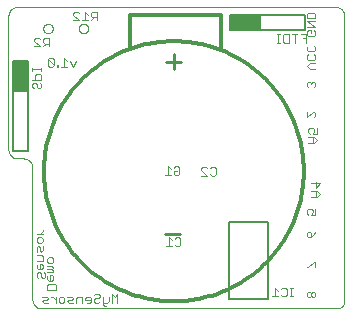
<source format=gbo>
G75*
%MOIN*%
%OFA0B0*%
%FSLAX25Y25*%
%IPPOS*%
%LPD*%
%AMOC8*
5,1,8,0,0,1.08239X$1,22.5*
%
%ADD10C,0.00000*%
%ADD11C,0.00300*%
%ADD12C,0.00500*%
%ADD13C,0.01200*%
%ADD14C,0.01000*%
%ADD15C,0.00800*%
D10*
X0086078Y0053500D02*
X0086185Y0053498D01*
X0086292Y0053492D01*
X0086399Y0053483D01*
X0086505Y0053469D01*
X0086611Y0053452D01*
X0086716Y0053431D01*
X0086820Y0053407D01*
X0086923Y0053378D01*
X0087025Y0053346D01*
X0087126Y0053311D01*
X0087226Y0053272D01*
X0087324Y0053229D01*
X0087421Y0053183D01*
X0087516Y0053133D01*
X0087609Y0053080D01*
X0087700Y0053024D01*
X0087789Y0052964D01*
X0087876Y0052902D01*
X0087960Y0052836D01*
X0088043Y0052767D01*
X0088122Y0052696D01*
X0088199Y0052621D01*
X0088274Y0052544D01*
X0088345Y0052465D01*
X0088414Y0052382D01*
X0088480Y0052298D01*
X0088542Y0052211D01*
X0088602Y0052122D01*
X0088658Y0052031D01*
X0088711Y0051938D01*
X0088761Y0051843D01*
X0088807Y0051746D01*
X0088850Y0051648D01*
X0088889Y0051548D01*
X0088924Y0051447D01*
X0088956Y0051345D01*
X0088985Y0051242D01*
X0089009Y0051138D01*
X0089030Y0051033D01*
X0089047Y0050927D01*
X0089061Y0050821D01*
X0089070Y0050714D01*
X0089076Y0050607D01*
X0089078Y0050500D01*
X0089078Y0006500D01*
X0089080Y0006393D01*
X0089086Y0006286D01*
X0089095Y0006179D01*
X0089109Y0006073D01*
X0089126Y0005967D01*
X0089147Y0005862D01*
X0089171Y0005758D01*
X0089200Y0005655D01*
X0089232Y0005553D01*
X0089267Y0005452D01*
X0089306Y0005352D01*
X0089349Y0005254D01*
X0089395Y0005157D01*
X0089445Y0005062D01*
X0089498Y0004969D01*
X0089554Y0004878D01*
X0089614Y0004789D01*
X0089676Y0004702D01*
X0089742Y0004618D01*
X0089811Y0004535D01*
X0089882Y0004456D01*
X0089957Y0004379D01*
X0090034Y0004304D01*
X0090113Y0004233D01*
X0090196Y0004164D01*
X0090280Y0004098D01*
X0090367Y0004036D01*
X0090456Y0003976D01*
X0090547Y0003920D01*
X0090640Y0003867D01*
X0090735Y0003817D01*
X0090832Y0003771D01*
X0090930Y0003728D01*
X0091030Y0003689D01*
X0091131Y0003654D01*
X0091233Y0003622D01*
X0091336Y0003593D01*
X0091440Y0003569D01*
X0091545Y0003548D01*
X0091651Y0003531D01*
X0091757Y0003517D01*
X0091864Y0003508D01*
X0091971Y0003502D01*
X0092078Y0003500D01*
X0190578Y0003500D01*
X0190676Y0003502D01*
X0190774Y0003508D01*
X0190872Y0003517D01*
X0190969Y0003531D01*
X0191066Y0003548D01*
X0191162Y0003569D01*
X0191257Y0003594D01*
X0191351Y0003622D01*
X0191443Y0003655D01*
X0191535Y0003690D01*
X0191625Y0003730D01*
X0191713Y0003772D01*
X0191800Y0003819D01*
X0191884Y0003868D01*
X0191967Y0003921D01*
X0192047Y0003977D01*
X0192126Y0004037D01*
X0192202Y0004099D01*
X0192275Y0004164D01*
X0192346Y0004232D01*
X0192414Y0004303D01*
X0192479Y0004376D01*
X0192541Y0004452D01*
X0192601Y0004531D01*
X0192657Y0004611D01*
X0192710Y0004694D01*
X0192759Y0004778D01*
X0192806Y0004865D01*
X0192848Y0004953D01*
X0192888Y0005043D01*
X0192923Y0005135D01*
X0192956Y0005227D01*
X0192984Y0005321D01*
X0193009Y0005416D01*
X0193030Y0005512D01*
X0193047Y0005609D01*
X0193061Y0005706D01*
X0193070Y0005804D01*
X0193076Y0005902D01*
X0193078Y0006000D01*
X0193078Y0101000D01*
X0193076Y0101107D01*
X0193070Y0101214D01*
X0193061Y0101321D01*
X0193047Y0101427D01*
X0193030Y0101533D01*
X0193009Y0101638D01*
X0192985Y0101742D01*
X0192956Y0101845D01*
X0192924Y0101947D01*
X0192889Y0102048D01*
X0192850Y0102148D01*
X0192807Y0102246D01*
X0192761Y0102343D01*
X0192711Y0102438D01*
X0192658Y0102531D01*
X0192602Y0102622D01*
X0192542Y0102711D01*
X0192480Y0102798D01*
X0192414Y0102882D01*
X0192345Y0102965D01*
X0192274Y0103044D01*
X0192199Y0103121D01*
X0192122Y0103196D01*
X0192043Y0103267D01*
X0191960Y0103336D01*
X0191876Y0103402D01*
X0191789Y0103464D01*
X0191700Y0103524D01*
X0191609Y0103580D01*
X0191516Y0103633D01*
X0191421Y0103683D01*
X0191324Y0103729D01*
X0191226Y0103772D01*
X0191126Y0103811D01*
X0191025Y0103846D01*
X0190923Y0103878D01*
X0190820Y0103907D01*
X0190716Y0103931D01*
X0190611Y0103952D01*
X0190505Y0103969D01*
X0190399Y0103983D01*
X0190292Y0103992D01*
X0190185Y0103998D01*
X0190078Y0104000D01*
X0084120Y0104000D01*
X0084011Y0103998D01*
X0083903Y0103992D01*
X0083795Y0103983D01*
X0083687Y0103969D01*
X0083580Y0103952D01*
X0083474Y0103931D01*
X0083368Y0103906D01*
X0083263Y0103877D01*
X0083160Y0103844D01*
X0083057Y0103808D01*
X0082956Y0103769D01*
X0082857Y0103725D01*
X0082759Y0103678D01*
X0082663Y0103628D01*
X0082568Y0103574D01*
X0082476Y0103517D01*
X0082386Y0103457D01*
X0082298Y0103393D01*
X0082212Y0103327D01*
X0082129Y0103257D01*
X0082048Y0103185D01*
X0081970Y0103109D01*
X0081894Y0103031D01*
X0081822Y0102950D01*
X0081752Y0102867D01*
X0081686Y0102781D01*
X0081622Y0102693D01*
X0081562Y0102603D01*
X0081505Y0102511D01*
X0081451Y0102416D01*
X0081401Y0102320D01*
X0081354Y0102222D01*
X0081310Y0102123D01*
X0081271Y0102022D01*
X0081235Y0101919D01*
X0081202Y0101816D01*
X0081173Y0101711D01*
X0081148Y0101605D01*
X0081127Y0101499D01*
X0081110Y0101392D01*
X0081096Y0101284D01*
X0081087Y0101176D01*
X0081081Y0101068D01*
X0081079Y0100959D01*
X0081078Y0100959D02*
X0081078Y0056500D01*
X0081080Y0056393D01*
X0081086Y0056286D01*
X0081095Y0056179D01*
X0081109Y0056073D01*
X0081126Y0055967D01*
X0081147Y0055862D01*
X0081171Y0055758D01*
X0081200Y0055655D01*
X0081232Y0055553D01*
X0081267Y0055452D01*
X0081306Y0055352D01*
X0081349Y0055254D01*
X0081395Y0055157D01*
X0081445Y0055062D01*
X0081498Y0054969D01*
X0081554Y0054878D01*
X0081614Y0054789D01*
X0081676Y0054702D01*
X0081742Y0054618D01*
X0081811Y0054535D01*
X0081882Y0054456D01*
X0081957Y0054379D01*
X0082034Y0054304D01*
X0082113Y0054233D01*
X0082196Y0054164D01*
X0082280Y0054098D01*
X0082367Y0054036D01*
X0082456Y0053976D01*
X0082547Y0053920D01*
X0082640Y0053867D01*
X0082735Y0053817D01*
X0082832Y0053771D01*
X0082930Y0053728D01*
X0083030Y0053689D01*
X0083131Y0053654D01*
X0083233Y0053622D01*
X0083336Y0053593D01*
X0083440Y0053569D01*
X0083545Y0053548D01*
X0083651Y0053531D01*
X0083757Y0053517D01*
X0083864Y0053508D01*
X0083971Y0053502D01*
X0084078Y0053500D01*
X0086078Y0053500D01*
X0092722Y0096804D02*
X0092724Y0096883D01*
X0092730Y0096962D01*
X0092740Y0097041D01*
X0092754Y0097119D01*
X0092771Y0097196D01*
X0092793Y0097272D01*
X0092818Y0097347D01*
X0092848Y0097420D01*
X0092880Y0097492D01*
X0092917Y0097563D01*
X0092957Y0097631D01*
X0093000Y0097697D01*
X0093046Y0097761D01*
X0093096Y0097823D01*
X0093149Y0097882D01*
X0093204Y0097938D01*
X0093263Y0097992D01*
X0093324Y0098042D01*
X0093387Y0098090D01*
X0093453Y0098134D01*
X0093521Y0098175D01*
X0093591Y0098212D01*
X0093662Y0098246D01*
X0093736Y0098276D01*
X0093810Y0098302D01*
X0093886Y0098324D01*
X0093963Y0098343D01*
X0094041Y0098358D01*
X0094119Y0098369D01*
X0094198Y0098376D01*
X0094277Y0098379D01*
X0094356Y0098378D01*
X0094435Y0098373D01*
X0094514Y0098364D01*
X0094592Y0098351D01*
X0094669Y0098334D01*
X0094746Y0098314D01*
X0094821Y0098289D01*
X0094895Y0098261D01*
X0094968Y0098229D01*
X0095038Y0098194D01*
X0095107Y0098155D01*
X0095174Y0098112D01*
X0095239Y0098066D01*
X0095301Y0098018D01*
X0095361Y0097966D01*
X0095418Y0097911D01*
X0095472Y0097853D01*
X0095523Y0097793D01*
X0095571Y0097730D01*
X0095616Y0097665D01*
X0095658Y0097597D01*
X0095696Y0097528D01*
X0095730Y0097457D01*
X0095761Y0097384D01*
X0095789Y0097309D01*
X0095812Y0097234D01*
X0095832Y0097157D01*
X0095848Y0097080D01*
X0095860Y0097001D01*
X0095868Y0096923D01*
X0095872Y0096844D01*
X0095872Y0096764D01*
X0095868Y0096685D01*
X0095860Y0096607D01*
X0095848Y0096528D01*
X0095832Y0096451D01*
X0095812Y0096374D01*
X0095789Y0096299D01*
X0095761Y0096224D01*
X0095730Y0096151D01*
X0095696Y0096080D01*
X0095658Y0096011D01*
X0095616Y0095943D01*
X0095571Y0095878D01*
X0095523Y0095815D01*
X0095472Y0095755D01*
X0095418Y0095697D01*
X0095361Y0095642D01*
X0095301Y0095590D01*
X0095239Y0095542D01*
X0095174Y0095496D01*
X0095107Y0095453D01*
X0095038Y0095414D01*
X0094968Y0095379D01*
X0094895Y0095347D01*
X0094821Y0095319D01*
X0094746Y0095294D01*
X0094669Y0095274D01*
X0094592Y0095257D01*
X0094514Y0095244D01*
X0094435Y0095235D01*
X0094356Y0095230D01*
X0094277Y0095229D01*
X0094198Y0095232D01*
X0094119Y0095239D01*
X0094041Y0095250D01*
X0093963Y0095265D01*
X0093886Y0095284D01*
X0093810Y0095306D01*
X0093736Y0095332D01*
X0093662Y0095362D01*
X0093591Y0095396D01*
X0093521Y0095433D01*
X0093453Y0095474D01*
X0093387Y0095518D01*
X0093324Y0095566D01*
X0093263Y0095616D01*
X0093204Y0095670D01*
X0093149Y0095726D01*
X0093096Y0095785D01*
X0093046Y0095847D01*
X0093000Y0095911D01*
X0092957Y0095977D01*
X0092917Y0096045D01*
X0092880Y0096116D01*
X0092848Y0096188D01*
X0092818Y0096261D01*
X0092793Y0096336D01*
X0092771Y0096412D01*
X0092754Y0096489D01*
X0092740Y0096567D01*
X0092730Y0096646D01*
X0092724Y0096725D01*
X0092722Y0096804D01*
X0104533Y0096804D02*
X0104535Y0096883D01*
X0104541Y0096962D01*
X0104551Y0097041D01*
X0104565Y0097119D01*
X0104582Y0097196D01*
X0104604Y0097272D01*
X0104629Y0097347D01*
X0104659Y0097420D01*
X0104691Y0097492D01*
X0104728Y0097563D01*
X0104768Y0097631D01*
X0104811Y0097697D01*
X0104857Y0097761D01*
X0104907Y0097823D01*
X0104960Y0097882D01*
X0105015Y0097938D01*
X0105074Y0097992D01*
X0105135Y0098042D01*
X0105198Y0098090D01*
X0105264Y0098134D01*
X0105332Y0098175D01*
X0105402Y0098212D01*
X0105473Y0098246D01*
X0105547Y0098276D01*
X0105621Y0098302D01*
X0105697Y0098324D01*
X0105774Y0098343D01*
X0105852Y0098358D01*
X0105930Y0098369D01*
X0106009Y0098376D01*
X0106088Y0098379D01*
X0106167Y0098378D01*
X0106246Y0098373D01*
X0106325Y0098364D01*
X0106403Y0098351D01*
X0106480Y0098334D01*
X0106557Y0098314D01*
X0106632Y0098289D01*
X0106706Y0098261D01*
X0106779Y0098229D01*
X0106849Y0098194D01*
X0106918Y0098155D01*
X0106985Y0098112D01*
X0107050Y0098066D01*
X0107112Y0098018D01*
X0107172Y0097966D01*
X0107229Y0097911D01*
X0107283Y0097853D01*
X0107334Y0097793D01*
X0107382Y0097730D01*
X0107427Y0097665D01*
X0107469Y0097597D01*
X0107507Y0097528D01*
X0107541Y0097457D01*
X0107572Y0097384D01*
X0107600Y0097309D01*
X0107623Y0097234D01*
X0107643Y0097157D01*
X0107659Y0097080D01*
X0107671Y0097001D01*
X0107679Y0096923D01*
X0107683Y0096844D01*
X0107683Y0096764D01*
X0107679Y0096685D01*
X0107671Y0096607D01*
X0107659Y0096528D01*
X0107643Y0096451D01*
X0107623Y0096374D01*
X0107600Y0096299D01*
X0107572Y0096224D01*
X0107541Y0096151D01*
X0107507Y0096080D01*
X0107469Y0096011D01*
X0107427Y0095943D01*
X0107382Y0095878D01*
X0107334Y0095815D01*
X0107283Y0095755D01*
X0107229Y0095697D01*
X0107172Y0095642D01*
X0107112Y0095590D01*
X0107050Y0095542D01*
X0106985Y0095496D01*
X0106918Y0095453D01*
X0106849Y0095414D01*
X0106779Y0095379D01*
X0106706Y0095347D01*
X0106632Y0095319D01*
X0106557Y0095294D01*
X0106480Y0095274D01*
X0106403Y0095257D01*
X0106325Y0095244D01*
X0106246Y0095235D01*
X0106167Y0095230D01*
X0106088Y0095229D01*
X0106009Y0095232D01*
X0105930Y0095239D01*
X0105852Y0095250D01*
X0105774Y0095265D01*
X0105697Y0095284D01*
X0105621Y0095306D01*
X0105547Y0095332D01*
X0105473Y0095362D01*
X0105402Y0095396D01*
X0105332Y0095433D01*
X0105264Y0095474D01*
X0105198Y0095518D01*
X0105135Y0095566D01*
X0105074Y0095616D01*
X0105015Y0095670D01*
X0104960Y0095726D01*
X0104907Y0095785D01*
X0104857Y0095847D01*
X0104811Y0095911D01*
X0104768Y0095977D01*
X0104728Y0096045D01*
X0104691Y0096116D01*
X0104659Y0096188D01*
X0104629Y0096261D01*
X0104604Y0096336D01*
X0104582Y0096412D01*
X0104565Y0096489D01*
X0104551Y0096567D01*
X0104541Y0096646D01*
X0104535Y0096725D01*
X0104533Y0096804D01*
D11*
X0104662Y0099549D02*
X0102727Y0099549D01*
X0104662Y0099549D02*
X0102727Y0101484D01*
X0102727Y0101968D01*
X0103211Y0102452D01*
X0104178Y0102452D01*
X0104662Y0101968D01*
X0106641Y0102452D02*
X0106641Y0099549D01*
X0107608Y0099549D02*
X0105673Y0099549D01*
X0107608Y0101484D02*
X0106641Y0102452D01*
X0108620Y0101968D02*
X0108620Y0101001D01*
X0109104Y0100517D01*
X0110555Y0100517D01*
X0110555Y0099549D02*
X0110555Y0102452D01*
X0109104Y0102452D01*
X0108620Y0101968D01*
X0109587Y0100517D02*
X0108620Y0099549D01*
X0094646Y0093729D02*
X0094646Y0090827D01*
X0094646Y0091794D02*
X0093195Y0091794D01*
X0092711Y0092278D01*
X0092711Y0093246D01*
X0093195Y0093729D01*
X0094646Y0093729D01*
X0093679Y0091794D02*
X0092711Y0090827D01*
X0091700Y0090827D02*
X0089765Y0092762D01*
X0089765Y0093246D01*
X0090249Y0093729D01*
X0091216Y0093729D01*
X0091700Y0093246D01*
X0091700Y0090827D02*
X0089765Y0090827D01*
X0094284Y0086569D02*
X0096219Y0084634D01*
X0095735Y0084150D01*
X0094767Y0084150D01*
X0094284Y0084634D01*
X0094284Y0086569D01*
X0094767Y0087052D01*
X0095735Y0087052D01*
X0096219Y0086569D01*
X0096219Y0084634D01*
X0097208Y0084634D02*
X0097208Y0084150D01*
X0097692Y0084150D01*
X0097692Y0084634D01*
X0097208Y0084634D01*
X0098703Y0084150D02*
X0100638Y0084150D01*
X0099671Y0084150D02*
X0099671Y0087052D01*
X0100638Y0086085D01*
X0101650Y0086085D02*
X0102617Y0084150D01*
X0103585Y0086085D01*
X0091952Y0083716D02*
X0091952Y0082749D01*
X0091952Y0083232D02*
X0089049Y0083232D01*
X0089049Y0082749D02*
X0089049Y0083716D01*
X0090501Y0081737D02*
X0090017Y0081253D01*
X0090017Y0079802D01*
X0089049Y0079802D02*
X0091952Y0079802D01*
X0091952Y0081253D01*
X0091468Y0081737D01*
X0090501Y0081737D01*
X0090017Y0078791D02*
X0089533Y0078791D01*
X0089049Y0078307D01*
X0089049Y0077339D01*
X0089533Y0076856D01*
X0090501Y0077339D02*
X0090501Y0078307D01*
X0090017Y0078791D01*
X0091468Y0078791D02*
X0091952Y0078307D01*
X0091952Y0077339D01*
X0091468Y0076856D01*
X0090984Y0076856D01*
X0090501Y0077339D01*
X0134180Y0050846D02*
X0134180Y0047944D01*
X0133213Y0047944D02*
X0135148Y0047944D01*
X0136159Y0048427D02*
X0136159Y0049395D01*
X0137127Y0049395D01*
X0138094Y0050362D02*
X0137611Y0050846D01*
X0136643Y0050846D01*
X0136159Y0050362D01*
X0135148Y0049878D02*
X0134180Y0050846D01*
X0136159Y0048427D02*
X0136643Y0047944D01*
X0137611Y0047944D01*
X0138094Y0048427D01*
X0138094Y0050362D01*
X0145347Y0050169D02*
X0145831Y0050652D01*
X0146798Y0050652D01*
X0147282Y0050169D01*
X0148293Y0050169D02*
X0148777Y0050652D01*
X0149745Y0050652D01*
X0150228Y0050169D01*
X0150228Y0048234D01*
X0149745Y0047750D01*
X0148777Y0047750D01*
X0148293Y0048234D01*
X0147282Y0047750D02*
X0145347Y0047750D01*
X0147282Y0047750D02*
X0145347Y0049685D01*
X0145347Y0050169D01*
X0180528Y0036155D02*
X0180528Y0035187D01*
X0181012Y0034703D01*
X0181980Y0034703D02*
X0182463Y0035671D01*
X0182463Y0036155D01*
X0181980Y0036638D01*
X0181012Y0036638D01*
X0180528Y0036155D01*
X0181980Y0034703D02*
X0183431Y0034703D01*
X0183431Y0036638D01*
X0183480Y0040757D02*
X0183480Y0042692D01*
X0183963Y0042692D02*
X0182028Y0042692D01*
X0183480Y0043703D02*
X0184931Y0045155D01*
X0182028Y0045155D01*
X0183480Y0045638D02*
X0183480Y0043703D01*
X0183963Y0042692D02*
X0184931Y0041724D01*
X0183963Y0040757D01*
X0182028Y0040757D01*
X0181496Y0029138D02*
X0181980Y0028655D01*
X0181980Y0027203D01*
X0181012Y0027203D01*
X0180528Y0027687D01*
X0180528Y0028655D01*
X0181012Y0029138D01*
X0181496Y0029138D01*
X0182947Y0028171D02*
X0181980Y0027203D01*
X0182947Y0028171D02*
X0183431Y0029138D01*
X0183431Y0019138D02*
X0182947Y0019138D01*
X0181012Y0017203D01*
X0180528Y0017203D01*
X0183431Y0017203D02*
X0183431Y0019138D01*
X0175778Y0010402D02*
X0174811Y0010402D01*
X0175295Y0010402D02*
X0175295Y0007500D01*
X0175778Y0007500D02*
X0174811Y0007500D01*
X0173814Y0007984D02*
X0173330Y0007500D01*
X0172363Y0007500D01*
X0171879Y0007984D01*
X0170868Y0007500D02*
X0168933Y0007500D01*
X0169900Y0007500D02*
X0169900Y0010402D01*
X0170868Y0009435D01*
X0171879Y0009919D02*
X0172363Y0010402D01*
X0173330Y0010402D01*
X0173814Y0009919D01*
X0173814Y0007984D01*
X0180528Y0007687D02*
X0181012Y0007203D01*
X0181496Y0007203D01*
X0181980Y0007687D01*
X0181980Y0008655D01*
X0181496Y0009138D01*
X0181012Y0009138D01*
X0180528Y0008655D01*
X0180528Y0007687D01*
X0181980Y0007687D02*
X0182463Y0007203D01*
X0182947Y0007203D01*
X0183431Y0007687D01*
X0183431Y0008655D01*
X0182947Y0009138D01*
X0182463Y0009138D01*
X0181980Y0008655D01*
X0138428Y0024772D02*
X0137944Y0024289D01*
X0136976Y0024289D01*
X0136493Y0024772D01*
X0135481Y0024289D02*
X0133546Y0024289D01*
X0134514Y0024289D02*
X0134514Y0027191D01*
X0135481Y0026224D01*
X0136493Y0026707D02*
X0136976Y0027191D01*
X0137944Y0027191D01*
X0138428Y0026707D01*
X0138428Y0024772D01*
X0117442Y0008352D02*
X0116475Y0007385D01*
X0115507Y0008352D01*
X0115507Y0005450D01*
X0114496Y0005934D02*
X0114496Y0007385D01*
X0114496Y0005934D02*
X0114012Y0005450D01*
X0112561Y0005450D01*
X0112561Y0004966D02*
X0113044Y0004483D01*
X0113528Y0004483D01*
X0112561Y0004966D02*
X0112561Y0007385D01*
X0111549Y0007385D02*
X0111065Y0006901D01*
X0110098Y0006901D01*
X0109614Y0006417D01*
X0109614Y0005934D01*
X0110098Y0005450D01*
X0111065Y0005450D01*
X0111549Y0005934D01*
X0111549Y0007385D02*
X0111549Y0007869D01*
X0111065Y0008352D01*
X0110098Y0008352D01*
X0109614Y0007869D01*
X0108603Y0006901D02*
X0108119Y0007385D01*
X0107151Y0007385D01*
X0106668Y0006901D01*
X0106668Y0006417D01*
X0108603Y0006417D01*
X0108603Y0005934D02*
X0108603Y0006901D01*
X0108603Y0005934D02*
X0108119Y0005450D01*
X0107151Y0005450D01*
X0105656Y0005450D02*
X0105656Y0007385D01*
X0104205Y0007385D01*
X0103721Y0006901D01*
X0103721Y0005450D01*
X0102710Y0005450D02*
X0101258Y0005450D01*
X0100775Y0005934D01*
X0101258Y0006417D01*
X0102226Y0006417D01*
X0102710Y0006901D01*
X0102226Y0007385D01*
X0100775Y0007385D01*
X0099763Y0006901D02*
X0099763Y0005934D01*
X0099279Y0005450D01*
X0098312Y0005450D01*
X0097828Y0005934D01*
X0097828Y0006901D01*
X0098312Y0007385D01*
X0099279Y0007385D01*
X0099763Y0006901D01*
X0096817Y0006417D02*
X0095849Y0007385D01*
X0095365Y0007385D01*
X0094361Y0006901D02*
X0093877Y0006417D01*
X0092910Y0006417D01*
X0092426Y0005934D01*
X0092910Y0005450D01*
X0094361Y0005450D01*
X0094361Y0006901D02*
X0093877Y0007385D01*
X0092426Y0007385D01*
X0094028Y0009757D02*
X0094028Y0011208D01*
X0094512Y0011692D01*
X0096447Y0011692D01*
X0096931Y0011208D01*
X0096931Y0009757D01*
X0094028Y0009757D01*
X0094512Y0012703D02*
X0095480Y0012703D01*
X0095963Y0013187D01*
X0095963Y0014155D01*
X0095480Y0014638D01*
X0094996Y0014638D01*
X0094996Y0012703D01*
X0094512Y0012703D02*
X0094028Y0013187D01*
X0094028Y0014155D01*
X0093431Y0014040D02*
X0092947Y0013556D01*
X0092463Y0013556D01*
X0091980Y0014040D01*
X0091980Y0015007D01*
X0091496Y0015491D01*
X0091012Y0015491D01*
X0090528Y0015007D01*
X0090528Y0014040D01*
X0091012Y0013556D01*
X0093431Y0014040D02*
X0093431Y0015007D01*
X0092947Y0015491D01*
X0094028Y0015650D02*
X0095963Y0015650D01*
X0095963Y0016134D01*
X0095480Y0016617D01*
X0095963Y0017101D01*
X0095480Y0017585D01*
X0094028Y0017585D01*
X0094028Y0016617D02*
X0095480Y0016617D01*
X0095480Y0018597D02*
X0094512Y0018597D01*
X0094028Y0019080D01*
X0094028Y0020048D01*
X0094512Y0020531D01*
X0095480Y0020531D01*
X0095963Y0020048D01*
X0095963Y0019080D01*
X0095480Y0018597D01*
X0092463Y0017954D02*
X0092463Y0016986D01*
X0091980Y0016503D01*
X0091012Y0016503D01*
X0090528Y0016986D01*
X0090528Y0017954D01*
X0091496Y0018437D02*
X0091496Y0016503D01*
X0092463Y0017954D02*
X0091980Y0018437D01*
X0091496Y0018437D01*
X0092463Y0019449D02*
X0092463Y0020900D01*
X0091980Y0021384D01*
X0090528Y0021384D01*
X0090528Y0022396D02*
X0090528Y0023847D01*
X0091012Y0024331D01*
X0091496Y0023847D01*
X0091496Y0022879D01*
X0091980Y0022396D01*
X0092463Y0022879D01*
X0092463Y0024331D01*
X0091980Y0025342D02*
X0091012Y0025342D01*
X0090528Y0025826D01*
X0090528Y0026793D01*
X0091012Y0027277D01*
X0091980Y0027277D01*
X0092463Y0026793D01*
X0092463Y0025826D01*
X0091980Y0025342D01*
X0092463Y0028289D02*
X0090528Y0028289D01*
X0091496Y0028289D02*
X0092463Y0029256D01*
X0092463Y0029740D01*
X0092463Y0019449D02*
X0090528Y0019449D01*
X0096817Y0007385D02*
X0096817Y0005450D01*
X0117442Y0005450D02*
X0117442Y0008352D01*
X0181028Y0058757D02*
X0182963Y0058757D01*
X0183931Y0059724D01*
X0182963Y0060692D01*
X0181028Y0060692D01*
X0181512Y0061703D02*
X0181028Y0062187D01*
X0181028Y0063155D01*
X0181512Y0063638D01*
X0182480Y0063638D01*
X0182963Y0063155D01*
X0182963Y0062671D01*
X0182480Y0061703D01*
X0183931Y0061703D01*
X0183931Y0063638D01*
X0182480Y0060692D02*
X0182480Y0058757D01*
X0182947Y0067203D02*
X0183431Y0067687D01*
X0183431Y0068655D01*
X0182947Y0069138D01*
X0182463Y0069138D01*
X0180528Y0067203D01*
X0180528Y0069138D01*
X0181012Y0077203D02*
X0180528Y0077687D01*
X0180528Y0078655D01*
X0181012Y0079138D01*
X0181496Y0079138D01*
X0181980Y0078655D01*
X0181980Y0078171D01*
X0181980Y0078655D02*
X0182463Y0079138D01*
X0182947Y0079138D01*
X0183431Y0078655D01*
X0183431Y0077687D01*
X0182947Y0077203D01*
X0183431Y0083310D02*
X0181496Y0083310D01*
X0180528Y0084278D01*
X0181496Y0085245D01*
X0183431Y0085245D01*
X0182947Y0086257D02*
X0183431Y0086741D01*
X0183431Y0087708D01*
X0182947Y0088192D01*
X0182947Y0089203D02*
X0181012Y0089203D01*
X0180528Y0089687D01*
X0180528Y0090655D01*
X0181012Y0091138D01*
X0180380Y0092151D02*
X0180380Y0095053D01*
X0178445Y0095053D01*
X0177434Y0095053D02*
X0175499Y0095053D01*
X0176466Y0095053D02*
X0176466Y0092151D01*
X0174487Y0092151D02*
X0173036Y0092151D01*
X0172552Y0092634D01*
X0172552Y0094569D01*
X0173036Y0095053D01*
X0174487Y0095053D01*
X0174487Y0092151D01*
X0171541Y0092151D02*
X0170573Y0092151D01*
X0171057Y0092151D02*
X0171057Y0095053D01*
X0171541Y0095053D02*
X0170573Y0095053D01*
X0179413Y0093602D02*
X0180380Y0093602D01*
X0181012Y0094310D02*
X0180528Y0094794D01*
X0180528Y0095762D01*
X0181012Y0096245D01*
X0181980Y0096245D01*
X0181980Y0095278D01*
X0182947Y0096245D02*
X0183431Y0095762D01*
X0183431Y0094794D01*
X0182947Y0094310D01*
X0181012Y0094310D01*
X0182947Y0091138D02*
X0183431Y0090655D01*
X0183431Y0089687D01*
X0182947Y0089203D01*
X0181012Y0088192D02*
X0180528Y0087708D01*
X0180528Y0086741D01*
X0181012Y0086257D01*
X0182947Y0086257D01*
X0183431Y0097257D02*
X0180528Y0097257D01*
X0180528Y0099192D02*
X0183431Y0099192D01*
X0183431Y0100203D02*
X0183431Y0101655D01*
X0182947Y0102138D01*
X0181012Y0102138D01*
X0180528Y0101655D01*
X0180528Y0100203D01*
X0183431Y0100203D01*
X0183431Y0097257D02*
X0180528Y0099192D01*
D12*
X0179779Y0101352D02*
X0179779Y0096352D01*
X0154779Y0096352D01*
X0154779Y0101352D01*
X0164779Y0101352D01*
X0164779Y0096352D01*
X0154779Y0096352D01*
X0154779Y0101352D01*
X0179779Y0101352D01*
X0164779Y0101161D02*
X0154779Y0101161D01*
X0154779Y0100662D02*
X0164779Y0100662D01*
X0164779Y0100164D02*
X0154779Y0100164D01*
X0154779Y0099665D02*
X0164779Y0099665D01*
X0164779Y0099167D02*
X0154779Y0099167D01*
X0154779Y0098668D02*
X0164779Y0098668D01*
X0164779Y0098170D02*
X0154779Y0098170D01*
X0154779Y0097671D02*
X0164779Y0097671D01*
X0164779Y0097172D02*
X0154779Y0097172D01*
X0154779Y0096674D02*
X0164779Y0096674D01*
X0087641Y0085979D02*
X0087641Y0055979D01*
X0082641Y0055979D01*
X0082641Y0085979D01*
X0087641Y0085979D01*
X0087641Y0075979D01*
X0082641Y0075979D01*
X0082641Y0085979D01*
X0087641Y0085979D01*
X0087641Y0085707D02*
X0082641Y0085707D01*
X0082641Y0085208D02*
X0087641Y0085208D01*
X0087641Y0084710D02*
X0082641Y0084710D01*
X0082641Y0084211D02*
X0087641Y0084211D01*
X0087641Y0083713D02*
X0082641Y0083713D01*
X0082641Y0083214D02*
X0087641Y0083214D01*
X0087641Y0082716D02*
X0082641Y0082716D01*
X0082641Y0082217D02*
X0087641Y0082217D01*
X0087641Y0081719D02*
X0082641Y0081719D01*
X0082641Y0081220D02*
X0087641Y0081220D01*
X0087641Y0080722D02*
X0082641Y0080722D01*
X0082641Y0080223D02*
X0087641Y0080223D01*
X0087641Y0079725D02*
X0082641Y0079725D01*
X0082641Y0079226D02*
X0087641Y0079226D01*
X0087641Y0078728D02*
X0082641Y0078728D01*
X0082641Y0078229D02*
X0087641Y0078229D01*
X0087641Y0077731D02*
X0082641Y0077731D01*
X0082641Y0077232D02*
X0087641Y0077232D01*
X0087641Y0076734D02*
X0082641Y0076734D01*
X0082641Y0076235D02*
X0087641Y0076235D01*
D13*
X0121677Y0090569D02*
X0121677Y0101396D01*
X0151992Y0101396D01*
X0151992Y0090175D01*
X0092937Y0049231D02*
X0092950Y0050294D01*
X0092989Y0051356D01*
X0093054Y0052417D01*
X0093146Y0053476D01*
X0093263Y0054532D01*
X0093406Y0055585D01*
X0093575Y0056635D01*
X0093769Y0057680D01*
X0093989Y0058720D01*
X0094235Y0059754D01*
X0094506Y0060782D01*
X0094802Y0061802D01*
X0095123Y0062816D01*
X0095469Y0063821D01*
X0095839Y0064817D01*
X0096234Y0065804D01*
X0096652Y0066781D01*
X0097095Y0067747D01*
X0097561Y0068702D01*
X0098051Y0069646D01*
X0098563Y0070577D01*
X0099098Y0071495D01*
X0099656Y0072400D01*
X0100236Y0073291D01*
X0100837Y0074168D01*
X0101459Y0075029D01*
X0102103Y0075875D01*
X0102767Y0076705D01*
X0103452Y0077518D01*
X0104156Y0078314D01*
X0104879Y0079093D01*
X0105621Y0079854D01*
X0106382Y0080596D01*
X0107161Y0081319D01*
X0107957Y0082023D01*
X0108770Y0082708D01*
X0109600Y0083372D01*
X0110446Y0084016D01*
X0111307Y0084638D01*
X0112184Y0085239D01*
X0113075Y0085819D01*
X0113980Y0086377D01*
X0114898Y0086912D01*
X0115829Y0087424D01*
X0116773Y0087914D01*
X0117728Y0088380D01*
X0118694Y0088823D01*
X0119671Y0089241D01*
X0120658Y0089636D01*
X0121654Y0090006D01*
X0122659Y0090352D01*
X0123673Y0090673D01*
X0124693Y0090969D01*
X0125721Y0091240D01*
X0126755Y0091486D01*
X0127795Y0091706D01*
X0128840Y0091900D01*
X0129890Y0092069D01*
X0130943Y0092212D01*
X0131999Y0092329D01*
X0133058Y0092421D01*
X0134119Y0092486D01*
X0135181Y0092525D01*
X0136244Y0092538D01*
X0137307Y0092525D01*
X0138369Y0092486D01*
X0139430Y0092421D01*
X0140489Y0092329D01*
X0141545Y0092212D01*
X0142598Y0092069D01*
X0143648Y0091900D01*
X0144693Y0091706D01*
X0145733Y0091486D01*
X0146767Y0091240D01*
X0147795Y0090969D01*
X0148815Y0090673D01*
X0149829Y0090352D01*
X0150834Y0090006D01*
X0151830Y0089636D01*
X0152817Y0089241D01*
X0153794Y0088823D01*
X0154760Y0088380D01*
X0155715Y0087914D01*
X0156659Y0087424D01*
X0157590Y0086912D01*
X0158508Y0086377D01*
X0159413Y0085819D01*
X0160304Y0085239D01*
X0161181Y0084638D01*
X0162042Y0084016D01*
X0162888Y0083372D01*
X0163718Y0082708D01*
X0164531Y0082023D01*
X0165327Y0081319D01*
X0166106Y0080596D01*
X0166867Y0079854D01*
X0167609Y0079093D01*
X0168332Y0078314D01*
X0169036Y0077518D01*
X0169721Y0076705D01*
X0170385Y0075875D01*
X0171029Y0075029D01*
X0171651Y0074168D01*
X0172252Y0073291D01*
X0172832Y0072400D01*
X0173390Y0071495D01*
X0173925Y0070577D01*
X0174437Y0069646D01*
X0174927Y0068702D01*
X0175393Y0067747D01*
X0175836Y0066781D01*
X0176254Y0065804D01*
X0176649Y0064817D01*
X0177019Y0063821D01*
X0177365Y0062816D01*
X0177686Y0061802D01*
X0177982Y0060782D01*
X0178253Y0059754D01*
X0178499Y0058720D01*
X0178719Y0057680D01*
X0178913Y0056635D01*
X0179082Y0055585D01*
X0179225Y0054532D01*
X0179342Y0053476D01*
X0179434Y0052417D01*
X0179499Y0051356D01*
X0179538Y0050294D01*
X0179551Y0049231D01*
X0179538Y0048168D01*
X0179499Y0047106D01*
X0179434Y0046045D01*
X0179342Y0044986D01*
X0179225Y0043930D01*
X0179082Y0042877D01*
X0178913Y0041827D01*
X0178719Y0040782D01*
X0178499Y0039742D01*
X0178253Y0038708D01*
X0177982Y0037680D01*
X0177686Y0036660D01*
X0177365Y0035646D01*
X0177019Y0034641D01*
X0176649Y0033645D01*
X0176254Y0032658D01*
X0175836Y0031681D01*
X0175393Y0030715D01*
X0174927Y0029760D01*
X0174437Y0028816D01*
X0173925Y0027885D01*
X0173390Y0026967D01*
X0172832Y0026062D01*
X0172252Y0025171D01*
X0171651Y0024294D01*
X0171029Y0023433D01*
X0170385Y0022587D01*
X0169721Y0021757D01*
X0169036Y0020944D01*
X0168332Y0020148D01*
X0167609Y0019369D01*
X0166867Y0018608D01*
X0166106Y0017866D01*
X0165327Y0017143D01*
X0164531Y0016439D01*
X0163718Y0015754D01*
X0162888Y0015090D01*
X0162042Y0014446D01*
X0161181Y0013824D01*
X0160304Y0013223D01*
X0159413Y0012643D01*
X0158508Y0012085D01*
X0157590Y0011550D01*
X0156659Y0011038D01*
X0155715Y0010548D01*
X0154760Y0010082D01*
X0153794Y0009639D01*
X0152817Y0009221D01*
X0151830Y0008826D01*
X0150834Y0008456D01*
X0149829Y0008110D01*
X0148815Y0007789D01*
X0147795Y0007493D01*
X0146767Y0007222D01*
X0145733Y0006976D01*
X0144693Y0006756D01*
X0143648Y0006562D01*
X0142598Y0006393D01*
X0141545Y0006250D01*
X0140489Y0006133D01*
X0139430Y0006041D01*
X0138369Y0005976D01*
X0137307Y0005937D01*
X0136244Y0005924D01*
X0135181Y0005937D01*
X0134119Y0005976D01*
X0133058Y0006041D01*
X0131999Y0006133D01*
X0130943Y0006250D01*
X0129890Y0006393D01*
X0128840Y0006562D01*
X0127795Y0006756D01*
X0126755Y0006976D01*
X0125721Y0007222D01*
X0124693Y0007493D01*
X0123673Y0007789D01*
X0122659Y0008110D01*
X0121654Y0008456D01*
X0120658Y0008826D01*
X0119671Y0009221D01*
X0118694Y0009639D01*
X0117728Y0010082D01*
X0116773Y0010548D01*
X0115829Y0011038D01*
X0114898Y0011550D01*
X0113980Y0012085D01*
X0113075Y0012643D01*
X0112184Y0013223D01*
X0111307Y0013824D01*
X0110446Y0014446D01*
X0109600Y0015090D01*
X0108770Y0015754D01*
X0107957Y0016439D01*
X0107161Y0017143D01*
X0106382Y0017866D01*
X0105621Y0018608D01*
X0104879Y0019369D01*
X0104156Y0020148D01*
X0103452Y0020944D01*
X0102767Y0021757D01*
X0102103Y0022587D01*
X0101459Y0023433D01*
X0100837Y0024294D01*
X0100236Y0025171D01*
X0099656Y0026062D01*
X0099098Y0026967D01*
X0098563Y0027885D01*
X0098051Y0028816D01*
X0097561Y0029760D01*
X0097095Y0030715D01*
X0096652Y0031681D01*
X0096234Y0032658D01*
X0095839Y0033645D01*
X0095469Y0034641D01*
X0095123Y0035646D01*
X0094802Y0036660D01*
X0094506Y0037680D01*
X0094235Y0038708D01*
X0093989Y0039742D01*
X0093769Y0040782D01*
X0093575Y0041827D01*
X0093406Y0042877D01*
X0093263Y0043930D01*
X0093146Y0044986D01*
X0093054Y0046045D01*
X0092989Y0047106D01*
X0092950Y0048168D01*
X0092937Y0049231D01*
D14*
X0133351Y0028168D02*
X0138351Y0028168D01*
X0136244Y0083168D02*
X0136244Y0088168D01*
X0138744Y0085668D02*
X0133744Y0085668D01*
D15*
X0154678Y0032300D02*
X0154678Y0006500D01*
X0167678Y0006500D01*
X0167678Y0032300D01*
X0154678Y0032300D01*
M02*

</source>
